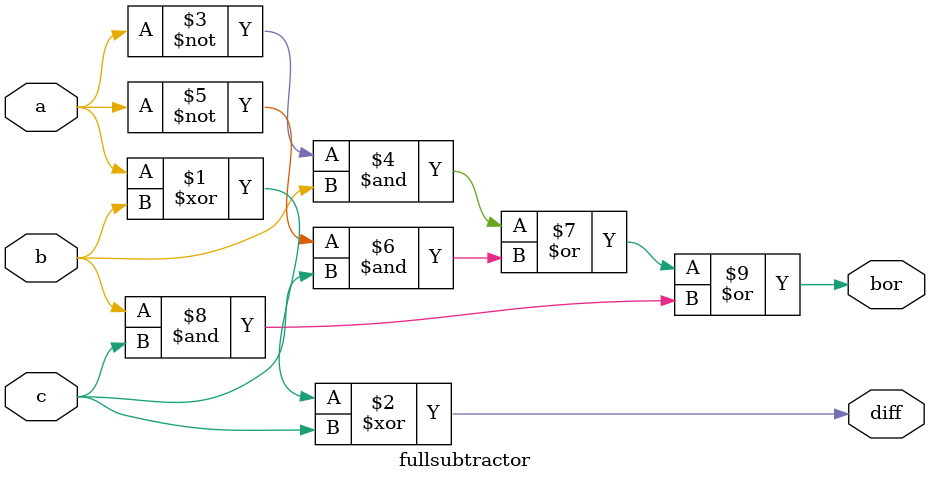
<source format=v>

module fullsubtractor
(input a,b,c,
 output diff,bor);

assign diff=a^b^c,
	bor=(~a&b)|(~a&c)|(b&c);
endmodule

</source>
